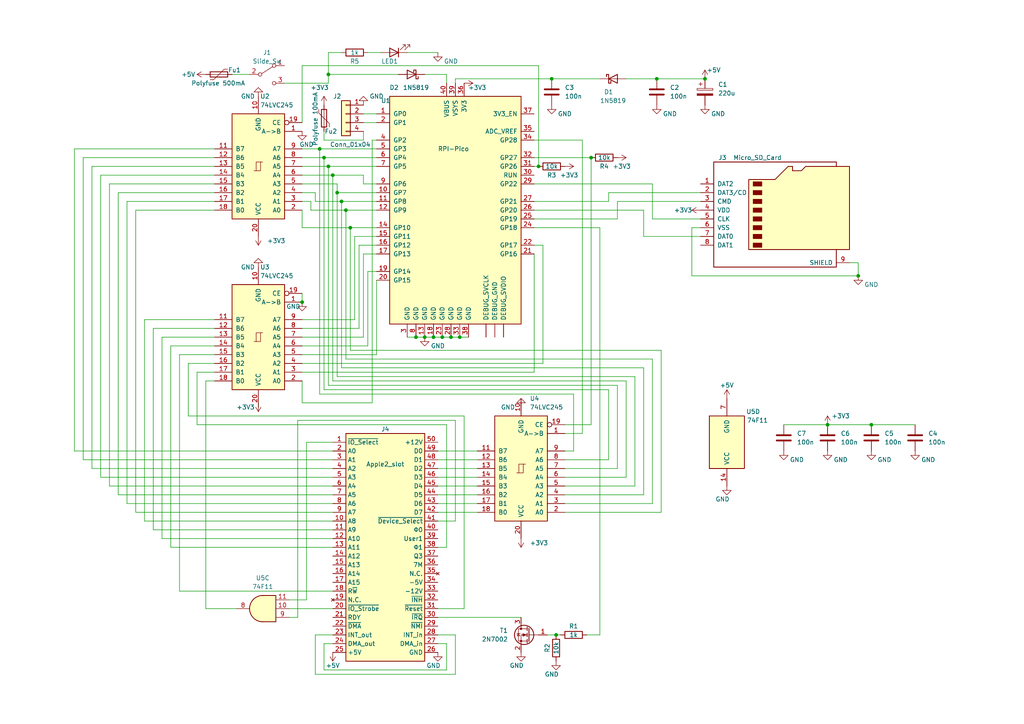
<source format=kicad_sch>
(kicad_sch (version 20231120) (generator "eeschema") (generator_version "8.0")
  (paper "A4")
  (title_block (title "A2Pico.v2.6") (rev "2.6"))
  (lib_symbols
    (symbol "74xx:74LS11" (pin_names (offset 1.016))
      (property "Reference" "U" (at 0 1.27 0))
      (property "Value" "74LS11" (at 0 -1.27 0))
      (symbol "74LS11_1_1"
        (arc (start 0 -3.81) (mid 3.7934 0) (end 0 3.81) (stroke (width 0.254)) (fill (type background)))
        (polyline (pts (xy 0 3.81) (xy -3.81 3.81) (xy -3.81 -3.81) (xy 0 -3.81)) (stroke (width 0.254)) (fill (type background)))
        (pin input line (at -7.62 2.54 0) (length 3.81) (name "~") (number "1"))
        (pin output line (at 7.62 0 180) (length 3.81) (name "~") (number "12"))
        (pin input line (at -7.62 -2.54 0) (length 3.81) (name "~") (number "13"))
        (pin input line (at -7.62 0 0) (length 3.81) (name "~") (number "2"))
      )
      (symbol "74LS11_1_2"
        (arc (start -3.81 -3.81) (mid -2.589 0) (end -3.81 3.81) (stroke (width 0.254)))
        (arc (start -0.6096 -3.81) (mid 2.1842 -2.5851) (end 3.81 0) (stroke (width 0.254)) (fill (type background)))
        (polyline (pts (xy -3.81 -3.81) (xy -0.635 -3.81)) (stroke (width 0.254)) (fill (type background)))
        (polyline (pts (xy -3.81 3.81) (xy -0.635 3.81)) (stroke (width 0.254)) (fill (type background)))
        (polyline (pts (xy -0.635 3.81) (xy -3.81 3.81) (xy -3.81 3.81) (xy -3.556 3.4036) (xy -3.0226 2.2606) (xy -2.6924 1.0414) (xy -2.6162 -0.254) (xy -2.7686 -1.4986) (xy -3.175 -2.7178) (xy -3.81 -3.81) (xy -3.81 -3.81) (xy -0.635 -3.81)) (stroke (width -25.4)) (fill (type background)))
        (arc (start 3.81 0) (mid 2.1915 2.5936) (end -0.6096 3.81) (stroke (width 0.254)) (fill (type background)))
        (pin input inverted (at -7.62 2.54 0) (length 4.318) (name "~") (number "1"))
        (pin output inverted (at 7.62 0 180) (length 3.81) (name "~") (number "12"))
        (pin input inverted (at -7.62 -2.54 0) (length 4.318) (name "~") (number "13"))
        (pin input inverted (at -7.62 0 0) (length 4.953) (name "~") (number "2"))
      )
      (symbol "74LS11_2_1"
        (arc (start 0 -3.81) (mid 3.7934 0) (end 0 3.81) (stroke (width 0.254)) (fill (type background)))
        (polyline (pts (xy 0 3.81) (xy -3.81 3.81) (xy -3.81 -3.81) (xy 0 -3.81)) (stroke (width 0.254)) (fill (type background)))
        (pin input line (at -7.62 2.54 0) (length 3.81) (name "~") (number "3"))
        (pin input line (at -7.62 0 0) (length 3.81) (name "~") (number "4"))
        (pin input line (at -7.62 -2.54 0) (length 3.81) (name "~") (number "5"))
        (pin output line (at 7.62 0 180) (length 3.81) (name "~") (number "6"))
      )
      (symbol "74LS11_2_2"
        (arc (start -3.81 -3.81) (mid -2.589 0) (end -3.81 3.81) (stroke (width 0.254)))
        (arc (start -0.6096 -3.81) (mid 2.1842 -2.5851) (end 3.81 0) (stroke (width 0.254)) (fill (type background)))
        (polyline (pts (xy -3.81 -3.81) (xy -0.635 -3.81)) (stroke (width 0.254)) (fill (type background)))
        (polyline (pts (xy -3.81 3.81) (xy -0.635 3.81)) (stroke (width 0.254)) (fill (type background)))
        (polyline (pts (xy -0.635 3.81) (xy -3.81 3.81) (xy -3.81 3.81) (xy -3.556 3.4036) (xy -3.0226 2.2606) (xy -2.6924 1.0414) (xy -2.6162 -0.254) (xy -2.7686 -1.4986) (xy -3.175 -2.7178) (xy -3.81 -3.81) (xy -3.81 -3.81) (xy -0.635 -3.81)) (stroke (width -25.4)) (fill (type background)))
        (arc (start 3.81 0) (mid 2.1915 2.5936) (end -0.6096 3.81) (stroke (width 0.254)) (fill (type background)))
        (pin input inverted (at -7.62 2.54 0) (length 4.318) (name "~") (number "3"))
        (pin input inverted (at -7.62 0 0) (length 4.953) (name "~") (number "4"))
        (pin input inverted (at -7.62 -2.54 0) (length 4.318) (name "~") (number "5"))
        (pin output inverted (at 7.62 0 180) (length 3.81) (name "~") (number "6"))
      )
      (symbol "74LS11_3_1"
        (arc (start 0 -3.81) (mid 3.7934 0) (end 0 3.81) (stroke (width 0.254)) (fill (type background)))
        (polyline (pts (xy 0 3.81) (xy -3.81 3.81) (xy -3.81 -3.81) (xy 0 -3.81)) (stroke (width 0.254)) (fill (type background)))
        (pin input line (at -7.62 0 0) (length 3.81) (name "~") (number "10"))
        (pin input line (at -7.62 -2.54 0) (length 3.81) (name "~") (number "11"))
        (pin output line (at 7.62 0 180) (length 3.81) (name "~") (number "8"))
        (pin input line (at -7.62 2.54 0) (length 3.81) (name "~") (number "9"))
      )
      (symbol "74LS11_3_2"
        (arc (start -3.81 -3.81) (mid -2.589 0) (end -3.81 3.81) (stroke (width 0.254)))
        (arc (start -0.6096 -3.81) (mid 2.1842 -2.5851) (end 3.81 0) (stroke (width 0.254)) (fill (type background)))
        (polyline (pts (xy -3.81 -3.81) (xy -0.635 -3.81)) (stroke (width 0.254)) (fill (type background)))
        (polyline (pts (xy -3.81 3.81) (xy -0.635 3.81)) (stroke (width 0.254)) (fill (type background)))
        (polyline (pts (xy -0.635 3.81) (xy -3.81 3.81) (xy -3.81 3.81) (xy -3.556 3.4036) (xy -3.0226 2.2606) (xy -2.6924 1.0414) (xy -2.6162 -0.254) (xy -2.7686 -1.4986) (xy -3.175 -2.7178) (xy -3.81 -3.81) (xy -3.81 -3.81) (xy -0.635 -3.81)) (stroke (width -25.4)) (fill (type background)))
        (arc (start 3.81 0) (mid 2.1915 2.5936) (end -0.6096 3.81) (stroke (width 0.254)) (fill (type background)))
        (pin input inverted (at -7.62 0 0) (length 4.953) (name "~") (number "10"))
        (pin input inverted (at -7.62 -2.54 0) (length 4.318) (name "~") (number "11"))
        (pin output inverted (at 7.62 0 180) (length 3.81) (name "~") (number "8"))
        (pin input inverted (at -7.62 2.54 0) (length 4.318) (name "~") (number "9"))
      )
      (symbol "74LS11_4_0"
        (pin power_in line (at 0 12.7 270) (length 5.08) (name "VCC") (number "14"))
        (pin power_in line (at 0 -12.7 90) (length 5.08) (name "GND") (number "7"))
      )
      (symbol "74LS11_4_1"
        (rectangle (start -5.08 7.62) (end 5.08 -7.62) (stroke (width 0.254)) (fill (type background)))
      )
    )
    (symbol "74xx:74LS245" (pin_names (offset 1.016))
      (property "Reference" "U" (at -7.62 16.51 0))
      (property "Value" "74LS245" (at -7.62 -16.51 0))
      (symbol "74LS245_1_0"
        (polyline (pts (xy -0.635 -1.27) (xy -0.635 1.27) (xy 0.635 1.27)))
        (polyline (pts (xy -1.27 -1.27) (xy 0.635 -1.27) (xy 0.635 1.27) (xy 1.27 1.27)))
        (pin input line (at -12.7 -10.16 0) (length 5.08) (name "A->B") (number "1"))
        (pin power_in line (at 0 -20.32 90) (length 5.08) (name "GND") (number "10"))
        (pin tri_state line (at 12.7 -5.08 180) (length 5.08) (name "B7") (number "11"))
        (pin tri_state line (at 12.7 -2.54 180) (length 5.08) (name "B6") (number "12"))
        (pin tri_state line (at 12.7 0 180) (length 5.08) (name "B5") (number "13"))
        (pin tri_state line (at 12.7 2.54 180) (length 5.08) (name "B4") (number "14"))
        (pin tri_state line (at 12.7 5.08 180) (length 5.08) (name "B3") (number "15"))
        (pin tri_state line (at 12.7 7.62 180) (length 5.08) (name "B2") (number "16"))
        (pin tri_state line (at 12.7 10.16 180) (length 5.08) (name "B1") (number "17"))
        (pin tri_state line (at 12.7 12.7 180) (length 5.08) (name "B0") (number "18"))
        (pin input inverted (at -12.7 -12.7 0) (length 5.08) (name "CE") (number "19"))
        (pin tri_state line (at -12.7 12.7 0) (length 5.08) (name "A0") (number "2"))
        (pin power_in line (at 0 20.32 270) (length 5.08) (name "VCC") (number "20"))
        (pin tri_state line (at -12.7 10.16 0) (length 5.08) (name "A1") (number "3"))
        (pin tri_state line (at -12.7 7.62 0) (length 5.08) (name "A2") (number "4"))
        (pin tri_state line (at -12.7 5.08 0) (length 5.08) (name "A3") (number "5"))
        (pin tri_state line (at -12.7 2.54 0) (length 5.08) (name "A4") (number "6"))
        (pin tri_state line (at -12.7 0 0) (length 5.08) (name "A5") (number "7"))
        (pin tri_state line (at -12.7 -2.54 0) (length 5.08) (name "A6") (number "8"))
        (pin tri_state line (at -12.7 -5.08 0) (length 5.08) (name "A7") (number "9"))
      )
      (symbol "74LS245_1_1"
        (rectangle (start -7.62 15.24) (end 7.62 -15.24) (stroke (width 0.254)) (fill (type background)))
      )
    )
    (symbol "Connector:Micro_SD_Card" (pin_names (offset 1.016))
      (property "Reference" "J" (at -16.51 15.24 0))
      (property "Value" "Micro_SD_Card" (at 16.51 15.24 0))
      (symbol "Micro_SD_Card_0_1"
        (rectangle (start -7.62 -9.525) (end -5.08 -10.795) (fill (type outline)))
        (rectangle (start -7.62 -6.985) (end -5.08 -8.255) (fill (type outline)))
        (rectangle (start -7.62 -4.445) (end -5.08 -5.715) (fill (type outline)))
        (rectangle (start -7.62 -1.905) (end -5.08 -3.175) (fill (type outline)))
        (rectangle (start -7.62 0.635) (end -5.08 -0.635) (fill (type outline)))
        (rectangle (start -7.62 3.175) (end -5.08 1.905) (fill (type outline)))
        (rectangle (start -7.62 5.715) (end -5.08 4.445) (fill (type outline)))
        (rectangle (start -7.62 8.255) (end -5.08 6.985) (fill (type outline)))
        (polyline (pts (xy 16.51 12.7) (xy 16.51 13.97) (xy -19.05 13.97) (xy -19.05 -16.51) (xy 16.51 -16.51) (xy 16.51 -11.43)) (stroke (width 0.254)))
        (polyline (pts (xy -8.89 -11.43) (xy -8.89 8.89) (xy -1.27 8.89) (xy 2.54 12.7) (xy 3.81 12.7) (xy 3.81 11.43) (xy 6.35 11.43) (xy 7.62 12.7) (xy 20.32 12.7) (xy 20.32 -11.43) (xy -8.89 -11.43)) (stroke (width 0.254)) (fill (type background)))
      )
      (symbol "Micro_SD_Card_1_1"
        (pin bidirectional line (at -22.86 7.62 0) (length 3.81) (name "DAT2") (number "1"))
        (pin bidirectional line (at -22.86 5.08 0) (length 3.81) (name "DAT3/CD") (number "2"))
        (pin input line (at -22.86 2.54 0) (length 3.81) (name "CMD") (number "3"))
        (pin power_in line (at -22.86 0 0) (length 3.81) (name "VDD") (number "4"))
        (pin input line (at -22.86 -2.54 0) (length 3.81) (name "CLK") (number "5"))
        (pin power_in line (at -22.86 -5.08 0) (length 3.81) (name "VSS") (number "6"))
        (pin bidirectional line (at -22.86 -7.62 0) (length 3.81) (name "DAT0") (number "7"))
        (pin bidirectional line (at -22.86 -10.16 0) (length 3.81) (name "DAT1") (number "8"))
        (pin passive line (at 20.32 -15.24 180) (length 3.81) (name "SHIELD") (number "9"))
      )
    )
    (symbol "Connector_Generic:Conn_01x04" (pin_names (offset 1.016) hide)
      (property "Reference" "J" (at 0 5.08 0))
      (property "Value" "Conn_01x04" (at 0 -7.62 0))
      (symbol "Conn_01x04_1_1"
        (rectangle (start -1.27 -4.953) (end 0 -5.207) (stroke (width 0.1524)))
        (rectangle (start -1.27 -2.413) (end 0 -2.667) (stroke (width 0.1524)))
        (rectangle (start -1.27 0.127) (end 0 -0.127) (stroke (width 0.1524)))
        (rectangle (start -1.27 2.667) (end 0 2.413) (stroke (width 0.1524)))
        (rectangle (start -1.27 3.81) (end 1.27 -6.35) (stroke (width 0.254)) (fill (type background)))
        (pin passive line (at -5.08 2.54 0) (length 3.81) (name "Pin_1") (number "1"))
        (pin passive line (at -5.08 0 0) (length 3.81) (name "Pin_2") (number "2"))
        (pin passive line (at -5.08 -2.54 0) (length 3.81) (name "Pin_3") (number "3"))
        (pin passive line (at -5.08 -5.08 0) (length 3.81) (name "Pin_4") (number "4"))
      )
    )
    (symbol "Device:C" (pin_numbers hide) (pin_names (offset 0.254))
      (property "Reference" "C" (at 0.635 2.54 0))
      (property "Value" "C" (at 0.635 -2.54 0))
      (symbol "C_0_1"
        (polyline (pts (xy -2.032 -0.762) (xy 2.032 -0.762)) (stroke (width 0.508)))
        (polyline (pts (xy -2.032 0.762) (xy 2.032 0.762)) (stroke (width 0.508)))
      )
      (symbol "C_1_1"
        (pin passive line (at 0 3.81 270) (length 2.794) (name "~") (number "1"))
        (pin passive line (at 0 -3.81 90) (length 2.794) (name "~") (number "2"))
      )
    )
    (symbol "Device:C_Polarized" (pin_numbers hide) (pin_names (offset 0.254))
      (property "Reference" "C" (at 0.635 2.54 0))
      (property "Value" "C_Polarized" (at 0.635 -2.54 0))
      (symbol "C_Polarized_0_1"
        (rectangle (start -2.286 0.508) (end 2.286 1.016))
        (polyline (pts (xy -1.778 2.286) (xy -0.762 2.286)))
        (polyline (pts (xy -1.27 2.794) (xy -1.27 1.778)))
        (rectangle (start 2.286 -0.508) (end -2.286 -1.016) (fill (type outline)))
      )
      (symbol "C_Polarized_1_1"
        (pin passive line (at 0 3.81 270) (length 2.794) (name "~") (number "1"))
        (pin passive line (at 0 -3.81 90) (length 2.794) (name "~") (number "2"))
      )
    )
    (symbol "Device:LED" (pin_numbers hide) (pin_names (offset 1.016) hide)
      (property "Reference" "D" (at 0 2.54 0))
      (property "Value" "LED" (at 0 -2.54 0))
      (symbol "LED_0_1"
        (polyline (pts (xy -1.27 -1.27) (xy -1.27 1.27)) (stroke (width 0.254)))
        (polyline (pts (xy -1.27 0) (xy 1.27 0)))
        (polyline (pts (xy 1.27 -1.27) (xy 1.27 1.27) (xy -1.27 0) (xy 1.27 -1.27)) (stroke (width 0.254)))
        (polyline (pts (xy -3.048 -0.762) (xy -4.572 -2.286) (xy -3.81 -2.286) (xy -4.572 -2.286) (xy -4.572 -1.524)))
        (polyline (pts (xy -1.778 -0.762) (xy -3.302 -2.286) (xy -2.54 -2.286) (xy -3.302 -2.286) (xy -3.302 -1.524)))
      )
      (symbol "LED_1_1"
        (pin passive line (at -3.81 0 0) (length 2.54) (name "K") (number "1"))
        (pin passive line (at 3.81 0 180) (length 2.54) (name "A") (number "2"))
      )
    )
    (symbol "Device:Polyfuse" (pin_numbers hide) (pin_names (offset 0))
      (property "Reference" "F" (at -2.54 0 90))
      (property "Value" "Polyfuse" (at 2.54 0 90))
      (symbol "Polyfuse_0_1"
        (rectangle (start -0.762 2.54) (end 0.762 -2.54) (stroke (width 0.254)))
        (polyline (pts (xy 0 2.54) (xy 0 -2.54)))
        (polyline (pts (xy -1.524 2.54) (xy -1.524 1.524) (xy 1.524 -1.524) (xy 1.524 -2.54)))
      )
      (symbol "Polyfuse_1_1"
        (pin passive line (at 0 3.81 270) (length 1.27) (name "~") (number "1"))
        (pin passive line (at 0 -3.81 90) (length 1.27) (name "~") (number "2"))
      )
    )
    (symbol "Device:R" (pin_numbers hide) (pin_names (offset 0))
      (property "Reference" "R" (at 2.032 0 90))
      (property "Value" "R" (at 0 0 90))
      (symbol "R_0_1"
        (rectangle (start -1.016 -2.54) (end 1.016 2.54) (stroke (width 0.254)))
      )
      (symbol "R_1_1"
        (pin passive line (at 0 3.81 270) (length 1.27) (name "~") (number "1"))
        (pin passive line (at 0 -3.81 90) (length 1.27) (name "~") (number "2"))
      )
    )
    (symbol "Diode:1N6857" (pin_numbers hide) (pin_names (offset 1.016) hide)
      (property "Reference" "D" (at 0 2.54 0))
      (property "Value" "1N6857" (at 0 -2.54 0))
      (symbol "1N6857_0_1"
        (polyline (pts (xy 1.27 0) (xy -1.27 0)))
        (polyline (pts (xy 1.27 1.27) (xy 1.27 -1.27) (xy -1.27 0) (xy 1.27 1.27)) (stroke (width 0.254)))
        (polyline (pts (xy -1.905 0.635) (xy -1.905 1.27) (xy -1.27 1.27) (xy -1.27 -1.27) (xy -0.635 -1.27) (xy -0.635 -0.635)) (stroke (width 0.254)))
      )
      (symbol "1N6857_1_1"
        (pin passive line (at -3.81 0 0) (length 2.54) (name "K") (number "1"))
        (pin passive line (at 3.81 0 180) (length 2.54) (name "A") (number "2"))
      )
    )
    (symbol "MCU_Microchip_PIC16:RPI-Pico" (pin_names (offset 1.016))
      (property "Reference" "U" (at 6.35 35.56 0))
      (property "Value" "RPI-Pico" (at 6.35 33.02 0))
      (symbol "RPI-Pico_0_1"
        (rectangle (start -19.05 -34.29) (end 19.05 31.75) (stroke (width 0.254)) (fill (type background)))
      )
      (symbol "RPI-Pico_1_1"
        (pin power_in line (at 11.43 -38.1 90) (length 3.81) (name "DEBUG_GND") (number ""))
        (pin bidirectional line (at 8.89 -38.1 90) (length 3.81) (name "DEBUG_SVCLK") (number ""))
        (pin bidirectional line (at 13.97 -38.1 90) (length 3.81) (name "DEBUG_SVDIO") (number ""))
        (pin bidirectional line (at -22.86 26.67 0) (length 3.81) (name "GP0") (number "1"))
        (pin bidirectional line (at -22.86 3.81 0) (length 3.81) (name "GP7") (number "10"))
        (pin bidirectional line (at -22.86 1.27 0) (length 3.81) (name "GP8") (number "11"))
        (pin bidirectional line (at -22.86 -1.27 0) (length 3.81) (name "GP9") (number "12"))
        (pin power_in line (at -8.89 -38.1 90) (length 3.81) (name "GND") (number "13"))
        (pin bidirectional line (at -22.86 -6.35 0) (length 3.81) (name "GP10") (number "14"))
        (pin bidirectional line (at -22.86 -8.89 0) (length 3.81) (name "GP11") (number "15"))
        (pin bidirectional line (at -22.86 -11.43 0) (length 3.81) (name "GP12") (number "16"))
        (pin bidirectional line (at -22.86 -13.97 0) (length 3.81) (name "GP13") (number "17"))
        (pin power_in line (at -6.35 -38.1 90) (length 3.81) (name "GND") (number "18"))
        (pin bidirectional line (at -22.86 -19.05 0) (length 3.81) (name "GP14") (number "19"))
        (pin bidirectional line (at -22.86 24.13 0) (length 3.81) (name "GP1") (number "2"))
        (pin bidirectional line (at -22.86 -21.59 0) (length 3.81) (name "GP15") (number "20"))
        (pin bidirectional line (at 22.86 -13.97 180) (length 3.81) (name "GP16") (number "21"))
        (pin bidirectional line (at 22.86 -11.43 180) (length 3.81) (name "GP17") (number "22"))
        (pin power_in line (at -3.81 -38.1 90) (length 3.81) (name "GND") (number "23"))
        (pin bidirectional line (at 22.86 -6.35 180) (length 3.81) (name "GP18") (number "24"))
        (pin bidirectional line (at 22.86 -3.81 180) (length 3.81) (name "GP19") (number "25"))
        (pin bidirectional line (at 22.86 -1.27 180) (length 3.81) (name "GP20") (number "26"))
        (pin bidirectional line (at 22.86 1.27 180) (length 3.81) (name "GP21") (number "27"))
        (pin power_in line (at -1.27 -38.1 90) (length 3.81) (name "GND") (number "28"))
        (pin bidirectional line (at 22.86 6.35 180) (length 3.81) (name "GP22") (number "29"))
        (pin power_in line (at -13.97 -38.1 90) (length 3.81) (name "GND") (number "3"))
        (pin bidirectional line (at 22.86 8.89 180) (length 3.81) (name "RUN") (number "30"))
        (pin bidirectional line (at 22.86 11.43 180) (length 3.81) (name "GP26") (number "31"))
        (pin bidirectional line (at 22.86 13.97 180) (length 3.81) (name "GP27") (number "32"))
        (pin power_in line (at 1.27 -38.1 90) (length 3.81) (name "GND") (number "33"))
        (pin bidirectional line (at 22.86 19.05 180) (length 3.81) (name "GP28") (number "34"))
        (pin bidirectional line (at 22.86 21.59 180) (length 3.81) (name "ADC_VREF") (number "35"))
        (pin power_in line (at 2.54 35.56 270) (length 3.81) (name "3V3") (number "36"))
        (pin bidirectional line (at 22.86 26.67 180) (length 3.81) (name "3V3_EN") (number "37"))
        (pin power_in line (at 3.81 -38.1 90) (length 3.81) (name "GND") (number "38"))
        (pin power_in line (at 0 35.56 270) (length 3.81) (name "VSYS") (number "39"))
        (pin bidirectional line (at -22.86 19.05 0) (length 3.81) (name "GP2") (number "4"))
        (pin power_in line (at -2.54 35.56 270) (length 3.81) (name "VBUS") (number "40"))
        (pin bidirectional line (at -22.86 16.51 0) (length 3.81) (name "GP3") (number "5"))
        (pin bidirectional line (at -22.86 13.97 0) (length 3.81) (name "GP4") (number "6"))
        (pin bidirectional line (at -22.86 11.43 0) (length 3.81) (name "GP5") (number "7"))
        (pin power_in line (at -11.43 -38.1 90) (length 3.81) (name "GND") (number "8"))
        (pin bidirectional line (at -22.86 6.35 0) (length 3.81) (name "GP6") (number "9"))
      )
    )
    (symbol "Ralle_Library:Apple2_edge_connector"
      (property "Reference" "CON" (at 0 0 0))
      (property "Value" "Apple2_edge_connector" (at 0 -34.29 0))
      (symbol "Apple2_edge_connector_0_1"
        (rectangle (start -11.43 33.02) (end 11.43 -33.02) (stroke (width 0.254)) (fill (type background)))
      )
      (symbol "Apple2_edge_connector_1_1"
        (pin output line (at -15.24 30.48 0) (length 3.81) (name "~{IO_Select}") (number "1"))
        (pin input line (at -15.24 7.62 0) (length 3.81) (name "A8") (number "10"))
        (pin input line (at -15.24 5.08 0) (length 3.81) (name "A9") (number "11"))
        (pin input line (at -15.24 2.54 0) (length 3.81) (name "A10") (number "12"))
        (pin input line (at -15.24 0 0) (length 3.81) (name "A11") (number "13"))
        (pin input line (at -15.24 -2.54 0) (length 3.81) (name "A12") (number "14"))
        (pin input line (at -15.24 -5.08 0) (length 3.81) (name "A13") (number "15"))
        (pin input line (at -15.24 -7.62 0) (length 3.81) (name "A14") (number "16"))
        (pin input line (at -15.24 -10.16 0) (length 3.81) (name "A15") (number "17"))
        (pin input line (at -15.24 -12.7 0) (length 3.81) (name "R~{W}") (number "18"))
        (pin no_connect line (at -15.24 -15.24 0) (length 3.81) (name "N.C.") (number "19"))
        (pin input line (at -15.24 27.94 0) (length 3.81) (name "A0") (number "2"))
        (pin input line (at -15.24 -17.78 0) (length 3.81) (name "~{IO_Strobe}") (number "20"))
        (pin input line (at -15.24 -20.32 0) (length 3.81) (name "RDY") (number "21"))
        (pin bidirectional line (at -15.24 -22.86 0) (length 3.81) (name "~{DMA}") (number "22"))
        (pin input line (at -15.24 -25.4 0) (length 3.81) (name "INT_out") (number "23"))
        (pin input line (at -15.24 -27.94 0) (length 3.81) (name "DMA_out") (number "24"))
        (pin power_in line (at -15.24 -30.48 0) (length 3.81) (name "+5V") (number "25"))
        (pin passive line (at 15.24 -30.48 180) (length 3.81) (name "GND") (number "26"))
        (pin output line (at 15.24 -27.94 180) (length 3.81) (name "DMA_in") (number "27"))
        (pin output line (at 15.24 -25.4 180) (length 3.81) (name "INT_in") (number "28"))
        (pin output line (at 15.24 -22.86 180) (length 3.81) (name "~{NMI}") (number "29"))
        (pin input line (at -15.24 25.4 0) (length 3.81) (name "A1") (number "3"))
        (pin output line (at 15.24 -20.32 180) (length 3.81) (name "~{IRQ}") (number "30"))
        (pin bidirectional line (at 15.24 -17.78 180) (length 3.81) (name "~{Reset}") (number "31"))
        (pin input line (at 15.24 -15.24 180) (length 3.81) (name "~{INH}") (number "32"))
        (pin power_in line (at 15.24 -12.7 180) (length 3.81) (name "-12V") (number "33"))
        (pin power_in line (at 15.24 -10.16 180) (length 3.81) (name "-5V") (number "34"))
        (pin no_connect line (at 15.24 -7.62 180) (length 3.81) (name "N.C.") (number "35"))
        (pin input line (at 15.24 -5.08 180) (length 3.81) (name "7M") (number "36"))
        (pin input line (at 15.24 -2.54 180) (length 3.81) (name "Q3") (number "37"))
        (pin input line (at 15.24 0 180) (length 3.81) (name "Ф1") (number "38"))
        (pin bidirectional line (at 15.24 2.54 180) (length 3.81) (name "User1") (number "39"))
        (pin input line (at -15.24 22.86 0) (length 3.81) (name "A2") (number "4"))
        (pin input line (at 15.24 5.08 180) (length 3.81) (name "Ф0") (number "40"))
        (pin input line (at 15.24 7.62 180) (length 3.81) (name "~{Device_Select}") (number "41"))
        (pin bidirectional line (at 15.24 10.16 180) (length 3.81) (name "D7") (number "42"))
        (pin bidirectional line (at 15.24 12.7 180) (length 3.81) (name "D6") (number "43"))
        (pin bidirectional line (at 15.24 15.24 180) (length 3.81) (name "D5") (number "44"))
        (pin bidirectional line (at 15.24 17.78 180) (length 3.81) (name "D4") (number "45"))
        (pin bidirectional line (at 15.24 20.32 180) (length 3.81) (name "D3") (number "46"))
        (pin bidirectional line (at 15.24 22.86 180) (length 3.81) (name "D2") (number "47"))
        (pin bidirectional line (at 15.24 25.4 180) (length 3.81) (name "D1") (number "48"))
        (pin bidirectional line (at 15.24 27.94 180) (length 3.81) (name "D0") (number "49"))
        (pin input line (at -15.24 20.32 0) (length 3.81) (name "A3") (number "5"))
        (pin power_in line (at 15.24 30.48 180) (length 3.81) (name "+12V") (number "50"))
        (pin input line (at -15.24 17.78 0) (length 3.81) (name "A4") (number "6"))
        (pin input line (at -15.24 15.24 0) (length 3.81) (name "A5") (number "7"))
        (pin input line (at -15.24 12.7 0) (length 3.81) (name "A6") (number "8"))
        (pin input line (at -15.24 10.16 0) (length 3.81) (name "A7") (number "9"))
      )
    )
    (symbol "Switch:SW_SPDT" (pin_names (offset 0) hide)
      (property "Reference" "SW" (at 0 4.318 0))
      (property "Value" "SW_SPDT" (at 0 -5.08 0))
      (symbol "SW_SPDT_0_0"
        (circle (center -2.032 0) (radius 0.508))
        (circle (center 2.032 -2.54) (radius 0.508))
      )
      (symbol "SW_SPDT_0_1"
        (polyline (pts (xy -1.524 0.254) (xy 1.651 2.286)))
        (circle (center 2.032 2.54) (radius 0.508))
      )
      (symbol "SW_SPDT_1_1"
        (pin passive line (at 5.08 2.54 180) (length 2.54) (name "A") (number "1"))
        (pin passive line (at -5.08 0 0) (length 2.54) (name "B") (number "2"))
        (pin passive line (at 5.08 -2.54 180) (length 2.54) (name "C") (number "3"))
      )
    )
    (symbol "Transistor_FET:2N7002" (pin_names hide)
      (property "Reference" "Q" (at 5.08 1.905 0))
      (property "Value" "2N7002" (at 5.08 0 0))
      (symbol "2N7002_0_1"
        (polyline (pts (xy 0.254 0) (xy -2.54 0)))
        (polyline (pts (xy 0.254 1.905) (xy 0.254 -1.905)) (stroke (width 0.254)))
        (polyline (pts (xy 0.762 -1.27) (xy 0.762 -2.286)) (stroke (width 0.254)))
        (polyline (pts (xy 0.762 0.508) (xy 0.762 -0.508)) (stroke (width 0.254)))
        (polyline (pts (xy 0.762 2.286) (xy 0.762 1.27)) (stroke (width 0.254)))
        (polyline (pts (xy 2.54 2.54) (xy 2.54 1.778)))
        (polyline (pts (xy 2.54 -2.54) (xy 2.54 0) (xy 0.762 0)))
        (polyline (pts (xy 0.762 -1.778) (xy 3.302 -1.778) (xy 3.302 1.778) (xy 0.762 1.778)))
        (polyline (pts (xy 1.016 0) (xy 2.032 0.381) (xy 2.032 -0.381) (xy 1.016 0)) (fill (type outline)))
        (polyline (pts (xy 2.794 0.508) (xy 2.921 0.381) (xy 3.683 0.381) (xy 3.81 0.254)))
        (polyline (pts (xy 3.302 0.381) (xy 2.921 -0.254) (xy 3.683 -0.254) (xy 3.302 0.381)))
        (circle (center 1.651 0) (radius 2.794) (stroke (width 0.254)))
        (circle (center 2.54 -1.778) (radius 0.254) (fill (type outline)))
        (circle (center 2.54 1.778) (radius 0.254) (fill (type outline)))
      )
      (symbol "2N7002_1_1"
        (pin input line (at -5.08 0 0) (length 2.54) (name "G") (number "1"))
        (pin passive line (at 2.54 -5.08 90) (length 2.54) (name "S") (number "2"))
        (pin passive line (at 2.54 5.08 270) (length 2.54) (name "D") (number "3"))
      )
    )
    (symbol "power:+3V3" (power) (pin_names (offset 0))
      (property "Value" "+3V3" (at 0 3.556 0))
      (symbol "+3V3_0_1"
        (polyline (pts (xy -0.762 1.27) (xy 0 2.54)))
        (polyline (pts (xy 0 0) (xy 0 2.54)))
        (polyline (pts (xy 0 2.54) (xy 0.762 1.27)))
      )
      (symbol "+3V3_1_1"
        (pin power_in line (at 0 0 90) (length 0) hide (name "+3V3") (number "1"))
      )
    )
    (symbol "power:+5V" (power) (pin_names (offset 0))
      (property "Value" "+5V" (at 0 3.556 0))
      (symbol "+5V_0_1"
        (polyline (pts (xy -0.762 1.27) (xy 0 2.54)))
        (polyline (pts (xy 0 0) (xy 0 2.54)))
        (polyline (pts (xy 0 2.54) (xy 0.762 1.27)))
      )
      (symbol "+5V_1_1"
        (pin power_in line (at 0 0 90) (length 0) hide (name "+5V") (number "1"))
      )
    )
    (symbol "power:GND" (power) (pin_names (offset 0))
      (property "Value" "GND" (at 0 -3.81 0))
      (symbol "GND_0_1"
        (polyline (pts (xy 0 0) (xy 0 -1.27) (xy 1.27 -1.27) (xy 0 -2.54) (xy -1.27 -1.27) (xy 0 -1.27)))
      )
      (symbol "GND_1_1"
        (pin power_in line (at 0 0 270) (length 0) hide (name "GND") (number "1"))
      )
    )
  )
  (junction (at 161.29 184.15))
  (junction (at 100.33 60.96))
  (junction (at 171.45 45.72))
  (junction (at 97.79 55.88))
  (junction (at 130.81 97.79))
  (junction (at 93.98 45.72))
  (junction (at 133.35 97.79))
  (junction (at 156.21 48.26))
  (junction (at 101.6 66.04))
  (junction (at 190.5 22.86))
  (junction (at 248.92 80.01))
  (junction (at 99.06 58.42))
  (junction (at 252.73 123.19))
  (junction (at 125.73 97.79))
  (junction (at 204.47 22.86))
  (junction (at 87.63 87.63))
  (junction (at 160.02 22.86))
  (junction (at 95.25 21.59))
  (junction (at 128.27 97.79))
  (junction (at 123.19 97.79))
  (junction (at 96.52 50.8))
  (junction (at 240.03 123.19))
  (junction (at 120.65 97.79))
  (junction (at 95.25 48.26))
  (junction (at 92.71 43.18))
  (wire (pts (xy 95.25 21.59) (xy 115.57 21.59)))
  (wire (pts (xy 132.08 195.58) (xy 132.08 184.15)))
  (wire (pts (xy 57.15 107.95) (xy 57.15 123.19)))
  (wire (pts (xy 102.87 92.71) (xy 102.87 68.58)))
  (wire (pts (xy 128.27 97.79) (xy 125.73 97.79)))
  (wire (pts (xy 87.63 110.49) (xy 87.63 116.84)))
  (wire (pts (xy 62.23 53.34) (xy 31.75 53.34)))
  (wire (pts (xy 127 151.13) (xy 132.08 151.13)))
  (wire (pts (xy 87.63 19.05) (xy 156.21 19.05)))
  (wire (pts (xy 200.66 66.04) (xy 203.2 66.04)))
  (wire (pts (xy 96.52 184.15) (xy 91.44 184.15)))
  (wire (pts (xy 104.14 95.25) (xy 87.63 95.25)))
  (wire (pts (xy 62.23 92.71) (xy 41.91 92.71)))
  (wire (pts (xy 107.95 40.64) (xy 109.22 40.64)))
  (wire (pts (xy 105.41 40.64) (xy 105.41 38.1)))
  (wire (pts (xy 100.33 60.96) (xy 90.17 60.96)))
  (wire (pts (xy 29.21 138.43) (xy 96.52 138.43)))
  (wire (pts (xy 31.75 140.97) (xy 96.52 140.97)))
  (wire (pts (xy 44.45 153.67) (xy 44.45 95.25)))
  (wire (pts (xy 93.98 113.03) (xy 176.53 113.03)))
  (wire (pts (xy 154.94 53.34) (xy 189.23 53.34)))
  (wire (pts (xy 91.44 55.88) (xy 91.44 58.42)))
  (wire (pts (xy 133.35 97.79) (xy 130.81 97.79)))
  (wire (pts (xy 106.68 100.33) (xy 87.63 100.33)))
  (wire (pts (xy 184.15 140.97) (xy 163.83 140.97)))
  (wire (pts (xy 87.63 58.42) (xy 90.17 58.42)))
  (wire (pts (xy 92.71 43.18) (xy 92.71 114.3)))
  (wire (pts (xy 96.52 171.45) (xy 52.07 171.45)))
  (wire (pts (xy 36.83 146.05) (xy 96.52 146.05)))
  (wire (pts (xy 186.69 60.96) (xy 186.69 68.58)))
  (wire (pts (xy 132.08 184.15) (xy 127 184.15)))
  (wire (pts (xy 156.21 48.26) (xy 154.94 48.26)))
  (wire (pts (xy 160.02 22.86) (xy 173.99 22.86)))
  (wire (pts (xy 95.25 48.26) (xy 95.25 111.76)))
  (wire (pts (xy 200.66 80.01) (xy 200.66 66.04)))
  (wire (pts (xy 109.22 81.28) (xy 109.22 102.87)))
  (wire (pts (xy 99.06 15.24) (xy 95.25 15.24)))
  (wire (pts (xy 173.99 66.04) (xy 154.94 66.04)))
  (wire (pts (xy 189.23 53.34) (xy 189.23 63.5)))
  (wire (pts (xy 154.94 63.5) (xy 179.07 63.5)))
  (wire (pts (xy 21.59 43.18) (xy 21.59 130.81)))
  (wire (pts (xy 90.17 58.42) (xy 90.17 60.96)))
  (wire (pts (xy 168.91 40.64) (xy 154.94 40.64)))
  (wire (pts (xy 181.61 22.86) (xy 190.5 22.86)))
  (wire (pts (xy 163.83 138.43) (xy 181.61 138.43)))
  (wire (pts (xy 83.82 179.07) (xy 86.36 179.07)))
  (wire (pts (xy 52.07 171.45) (xy 52.07 102.87)))
  (wire (pts (xy 99.06 106.68) (xy 186.69 106.68)))
  (wire (pts (xy 93.98 40.64) (xy 105.41 40.64)))
  (wire (pts (xy 118.11 97.79) (xy 120.65 97.79)))
  (wire (pts (xy 87.63 43.18) (xy 92.71 43.18)))
  (wire (pts (xy 248.92 76.2) (xy 246.38 76.2)))
  (wire (pts (xy 59.69 110.49) (xy 59.69 176.53)))
  (wire (pts (xy 87.63 45.72) (xy 93.98 45.72)))
  (wire (pts (xy 163.83 148.59) (xy 191.77 148.59)))
  (wire (pts (xy 96.52 50.8) (xy 96.52 110.49)))
  (wire (pts (xy 154.94 71.12) (xy 157.48 71.12)))
  (wire (pts (xy 186.69 106.68) (xy 186.69 143.51)))
  (wire (pts (xy 97.79 109.22) (xy 184.15 109.22)))
  (wire (pts (xy 41.91 151.13) (xy 96.52 151.13)))
  (wire (pts (xy 118.11 15.24) (xy 127 15.24)))
  (wire (pts (xy 168.91 125.73) (xy 163.83 125.73)))
  (wire (pts (xy 176.53 55.88) (xy 203.2 55.88)))
  (wire (pts (xy 86.36 179.07) (xy 86.36 121.92)))
  (wire (pts (xy 101.6 101.6) (xy 191.77 101.6)))
  (wire (pts (xy 87.63 107.95) (xy 154.94 107.95)))
  (wire (pts (xy 227.33 123.19) (xy 240.03 123.19)))
  (wire (pts (xy 93.98 45.72) (xy 93.98 113.03)))
  (wire (pts (xy 54.61 105.41) (xy 54.61 120.65)))
  (wire (pts (xy 127 133.35) (xy 138.43 133.35)))
  (wire (pts (xy 181.61 110.49) (xy 181.61 138.43)))
  (wire (pts (xy 158.75 184.15) (xy 161.29 184.15)))
  (wire (pts (xy 87.63 66.04) (xy 101.6 66.04)))
  (wire (pts (xy 189.23 104.14) (xy 189.23 146.05)))
  (wire (pts (xy 166.37 114.3) (xy 166.37 130.81)))
  (wire (pts (xy 109.22 53.34) (xy 105.41 53.34)))
  (wire (pts (xy 120.65 97.79) (xy 123.19 97.79)))
  (wire (pts (xy 189.23 63.5) (xy 203.2 63.5)))
  (wire (pts (xy 95.25 111.76) (xy 179.07 111.76)))
  (wire (pts (xy 134.62 176.53) (xy 127 176.53)))
  (wire (pts (xy 156.21 19.05) (xy 156.21 48.26)))
  (wire (pts (xy 123.19 97.79) (xy 125.73 97.79)))
  (wire (pts (xy 179.07 135.89) (xy 163.83 135.89)))
  (wire (pts (xy 54.61 120.65) (xy 134.62 120.65)))
  (wire (pts (xy 93.98 186.69) (xy 93.98 194.31)))
  (wire (pts (xy 21.59 130.81) (xy 96.52 130.81)))
  (wire (pts (xy 93.98 45.72) (xy 109.22 45.72)))
  (wire (pts (xy 106.68 78.74) (xy 106.68 100.33)))
  (wire (pts (xy 127 130.81) (xy 138.43 130.81)))
  (wire (pts (xy 34.29 143.51) (xy 34.29 55.88)))
  (wire (pts (xy 106.68 78.74) (xy 109.22 78.74)))
  (wire (pts (xy 127 146.05) (xy 138.43 146.05)))
  (wire (pts (xy 132.08 22.86) (xy 132.08 24.13)))
  (wire (pts (xy 133.35 97.79) (xy 135.89 97.79)))
  (wire (pts (xy 127 140.97) (xy 138.43 140.97)))
  (wire (pts (xy 127 138.43) (xy 138.43 138.43)))
  (wire (pts (xy 95.25 21.59) (xy 95.25 24.13)))
  (wire (pts (xy 62.23 58.42) (xy 36.83 58.42)))
  (wire (pts (xy 57.15 123.19) (xy 129.54 123.19)))
  (wire (pts (xy 191.77 101.6) (xy 191.77 148.59)))
  (wire (pts (xy 62.23 60.96) (xy 39.37 60.96)))
  (wire (pts (xy 163.83 123.19) (xy 171.45 123.19)))
  (wire (pts (xy 87.63 97.79) (xy 105.41 97.79)))
  (wire (pts (xy 87.63 85.09) (xy 87.63 87.63)))
  (wire (pts (xy 59.69 176.53) (xy 68.58 176.53)))
  (wire (pts (xy 87.63 116.84) (xy 107.95 116.84)))
  (wire (pts (xy 97.79 55.88) (xy 109.22 55.88)))
  (wire (pts (xy 163.83 133.35) (xy 176.53 133.35)))
  (wire (pts (xy 179.07 58.42) (xy 179.07 63.5)))
  (wire (pts (xy 24.13 45.72) (xy 24.13 133.35)))
  (wire (pts (xy 92.71 114.3) (xy 166.37 114.3)))
  (wire (pts (xy 74.93 116.84) (xy 74.93 118.11)))
  (wire (pts (xy 168.91 40.64) (xy 168.91 125.73)))
  (wire (pts (xy 127 148.59) (xy 138.43 148.59)))
  (wire (pts (xy 29.21 50.8) (xy 29.21 138.43)))
  (wire (pts (xy 102.87 68.58) (xy 109.22 68.58)))
  (wire (pts (xy 127 143.51) (xy 138.43 143.51)))
  (wire (pts (xy 46.99 97.79) (xy 46.99 156.21)))
  (wire (pts (xy 176.53 58.42) (xy 176.53 55.88)))
  (wire (pts (xy 93.98 194.31) (xy 129.54 194.31)))
  (wire (pts (xy 95.25 48.26) (xy 109.22 48.26)))
  (wire (pts (xy 83.82 173.99) (xy 88.9 173.99)))
  (wire (pts (xy 46.99 156.21) (xy 96.52 156.21)))
  (wire (pts (xy 72.39 21.59) (xy 67.31 21.59)))
  (wire (pts (xy 176.53 113.03) (xy 176.53 133.35)))
  (wire (pts (xy 96.52 153.67) (xy 44.45 153.67)))
  (wire (pts (xy 24.13 133.35) (xy 96.52 133.35)))
  (wire (pts (xy 107.95 40.64) (xy 107.95 116.84)))
  (wire (pts (xy 96.52 158.75) (xy 49.53 158.75)))
  (wire (pts (xy 26.67 48.26) (xy 62.23 48.26)))
  (wire (pts (xy 189.23 146.05) (xy 163.83 146.05)))
  (wire (pts (xy 173.99 66.04) (xy 173.99 184.15)))
  (wire (pts (xy 39.37 148.59) (xy 96.52 148.59)))
  (wire (pts (xy 95.25 24.13) (xy 82.55 24.13)))
  (wire (pts (xy 157.48 105.41) (xy 157.48 71.12)))
  (wire (pts (xy 101.6 66.04) (xy 109.22 66.04)))
  (wire (pts (xy 123.19 21.59) (xy 129.54 21.59)))
  (wire (pts (xy 52.07 102.87) (xy 62.23 102.87)))
  (wire (pts (xy 26.67 135.89) (xy 26.67 48.26)))
  (wire (pts (xy 179.07 135.89) (xy 179.07 111.76)))
  (wire (pts (xy 87.63 102.87) (xy 109.22 102.87)))
  (wire (pts (xy 97.79 53.34) (xy 97.79 55.88)))
  (wire (pts (xy 240.03 123.19) (xy 252.73 123.19)))
  (wire (pts (xy 96.52 143.51) (xy 34.29 143.51)))
  (wire (pts (xy 62.23 105.41) (xy 54.61 105.41)))
  (wire (pts (xy 186.69 68.58) (xy 203.2 68.58)))
  (wire (pts (xy 100.33 60.96) (xy 100.33 104.14)))
  (wire (pts (xy 62.23 50.8) (xy 29.21 50.8)))
  (wire (pts (xy 105.41 97.79) (xy 105.41 73.66)))
  (wire (pts (xy 36.83 58.42) (xy 36.83 146.05)))
  (wire (pts (xy 99.06 58.42) (xy 99.06 106.68)))
  (wire (pts (xy 92.71 43.18) (xy 109.22 43.18)))
  (wire (pts (xy 104.14 71.12) (xy 104.14 95.25)))
  (wire (pts (xy 252.73 123.19) (xy 265.43 123.19)))
  (wire (pts (xy 88.9 128.27) (xy 88.9 173.99)))
  (wire (pts (xy 87.63 92.71) (xy 102.87 92.71)))
  (wire (pts (xy 105.41 33.02) (xy 109.22 33.02)))
  (wire (pts (xy 105.41 50.8) (xy 96.52 50.8)))
  (wire (pts (xy 105.41 53.34) (xy 105.41 50.8)))
  (wire (pts (xy 97.79 55.88) (xy 97.79 109.22)))
  (wire (pts (xy 161.29 184.15) (xy 162.56 184.15)))
  (wire (pts (xy 62.23 43.18) (xy 21.59 43.18)))
  (wire (pts (xy 179.07 58.42) (xy 203.2 58.42)))
  (wire (pts (xy 31.75 53.34) (xy 31.75 140.97)))
  (wire (pts (xy 105.41 35.56) (xy 109.22 35.56)))
  (wire (pts (xy 88.9 128.27) (xy 96.52 128.27)))
  (wire (pts (xy 49.53 100.33) (xy 62.23 100.33)))
  (wire (pts (xy 87.63 19.05) (xy 87.63 35.56)))
  (wire (pts (xy 170.18 184.15) (xy 173.99 184.15)))
  (wire (pts (xy 44.45 95.25) (xy 62.23 95.25)))
  (wire (pts (xy 127 179.07) (xy 151.13 179.07)))
  (wire (pts (xy 132.08 22.86) (xy 160.02 22.86)))
  (wire (pts (xy 129.54 123.19) (xy 129.54 158.75)))
  (wire (pts (xy 154.94 107.95) (xy 154.94 73.66)))
  (wire (pts (xy 248.92 80.01) (xy 200.66 80.01)))
  (wire (pts (xy 62.23 107.95) (xy 57.15 107.95)))
  (wire (pts (xy 248.92 80.01) (xy 248.92 76.2)))
  (wire (pts (xy 39.37 60.96) (xy 39.37 148.59)))
  (wire (pts (xy 87.63 55.88) (xy 91.44 55.88)))
  (wire (pts (xy 127 158.75) (xy 129.54 158.75)))
  (wire (pts (xy 127 135.89) (xy 138.43 135.89)))
  (wire (pts (xy 86.36 121.92) (xy 132.08 121.92)))
  (wire (pts (xy 104.14 71.12) (xy 109.22 71.12)))
  (wire (pts (xy 59.69 110.49) (xy 62.23 110.49)))
  (wire (pts (xy 62.23 97.79) (xy 46.99 97.79)))
  (wire (pts (xy 96.52 186.69) (xy 93.98 186.69)))
  (wire (pts (xy 129.54 21.59) (xy 129.54 24.13)))
  (wire (pts (xy 96.52 50.8) (xy 87.63 50.8)))
  (wire (pts (xy 83.82 176.53) (xy 96.52 176.53)))
  (wire (pts (xy 134.62 120.65) (xy 134.62 176.53)))
  (wire (pts (xy 91.44 195.58) (xy 132.08 195.58)))
  (wire (pts (xy 41.91 92.71) (xy 41.91 151.13)))
  (wire (pts (xy 109.22 60.96) (xy 100.33 60.96)))
  (wire (pts (xy 109.22 58.42) (xy 99.06 58.42)))
  (wire (pts (xy 130.81 97.79) (xy 128.27 97.79)))
  (wire (pts (xy 87.63 53.34) (xy 97.79 53.34)))
  (wire (pts (xy 62.23 45.72) (xy 24.13 45.72)))
  (wire (pts (xy 87.63 105.41) (xy 157.48 105.41)))
  (wire (pts (xy 93.98 38.1) (xy 93.98 40.64)))
  (wire (pts (xy 154.94 58.42) (xy 176.53 58.42)))
  (wire (pts (xy 129.54 194.31) (xy 129.54 186.69)))
  (wire (pts (xy 96.52 135.89) (xy 26.67 135.89)))
  (wire (pts (xy 106.68 15.24) (xy 110.49 15.24)))
  (wire (pts (xy 190.5 22.86) (xy 204.47 22.86)))
  (wire (pts (xy 171.45 45.72) (xy 154.94 45.72)))
  (wire (pts (xy 91.44 184.15) (xy 91.44 195.58)))
  (wire (pts (xy 171.45 45.72) (xy 171.45 123.19)))
  (wire (pts (xy 96.52 110.49) (xy 181.61 110.49)))
  (wire (pts (xy 49.53 158.75) (xy 49.53 100.33)))
  (wire (pts (xy 34.29 55.88) (xy 62.23 55.88)))
  (wire (pts (xy 163.83 143.51) (xy 186.69 143.51)))
  (wire (pts (xy 100.33 104.14) (xy 189.23 104.14)))
  (wire (pts (xy 132.08 121.92) (xy 132.08 151.13)))
  (wire (pts (xy 166.37 130.81) (xy 163.83 130.81)))
  (wire (pts (xy 95.25 15.24) (xy 95.25 21.59)))
  (wire (pts (xy 184.15 140.97) (xy 184.15 109.22)))
  (wire (pts (xy 87.63 60.96) (xy 87.63 66.04)))
  (wire (pts (xy 87.63 48.26) (xy 95.25 48.26)))
  (wire (pts (xy 154.94 60.96) (xy 186.69 60.96)))
  (wire (pts (xy 101.6 66.04) (xy 101.6 101.6)))
  (wire (pts (xy 129.54 186.69) (xy 127 186.69)))
  (wire (pts (xy 99.06 58.42) (xy 91.44 58.42)))
  (wire (pts (xy 105.41 73.66) (xy 109.22 73.66)))
  (symbol (lib_id "power:GND") (at 161.29 191.77 0) (unit 1)
    (property "Reference" "#PWR01" (effects (hide yes)))
    (property "Value" "GND" (at 160.02 195.58 0))
  )
  (symbol (lib_id "power:+5V") (at 59.69 21.59 90) (unit 1)
    (property "Reference" "#PWR09" (effects (hide yes)))
    (property "Value" "+5V" (at 54.61 21.59 90))
  )
  (symbol (lib_id "Device:C") (at 227.33 127 0) (unit 1)
    (property "Reference" "C7" (at 231.14 125.73 0) (effects (justify left)))
    (property "Value" "100n" (at 231.14 128.27 0) (effects (justify left)))
  )
  (symbol (lib_id "power:+3V3") (at 179.07 45.72 270) (unit 1)
    (property "Reference" "#PWR08" (effects (hide yes)))
    (property "Value" "+3V3" (at 180.34 48.26 90))
  )
  (symbol (lib_id "Device:C") (at 240.03 127 0) (unit 1)
    (property "Reference" "C6" (at 243.84 125.73 0) (effects (justify left)))
    (property "Value" "100n" (at 243.84 128.27 0) (effects (justify left)))
  )
  (symbol (lib_id "power:GND") (at 87.63 38.1 0) (unit 1)
    (property "Reference" "#PWR?" (effects (hide yes)))
    (property "Value" "GND" (at 88.9 41.91 0))
  )
  (symbol (lib_id "Connector:Micro_SD_Card") (at 226.06 60.96 0) (unit 1)
    (property "Reference" "J3" (at 209.55 45.72 0))
    (property "Value" "Micro_SD_Card" (at 219.71 45.72 0))
    (property "Datasheet" "http://katalog.we-online.de/em/datasheet/693072010801.pdf" (effects (hide yes)))
  )
  (symbol (lib_id "74xx:74LS11") (at 76.2 176.53 180) (unit 3)
    (property "Reference" "U5" (at 76.2083 167.64 0))
    (property "Value" "74F11" (at 76.2083 170.18 0))
    (property "Datasheet" "http://www.ti.com/lit/gpn/sn74LS11" (effects (hide yes)))
  )
  (symbol (lib_id "power:+3V3") (at 93.98 30.48 0) (unit 1)
    (property "Reference" "#PWR07" (effects (hide yes)))
    (property "Value" "+3V3" (at 92.71 25.4 0))
  )
  (symbol (lib_id "Device:C") (at 252.73 127 0) (unit 1)
    (property "Reference" "C5" (at 256.54 125.73 0) (effects (justify left)))
    (property "Value" "100n" (at 256.54 128.27 0) (effects (justify left)))
  )
  (symbol (lib_id "Device:R") (at 102.87 15.24 270) (unit 1)
    (property "Reference" "R5" (at 102.87 17.78 90))
    (property "Value" "1k" (at 102.87 15.24 90))
    (property "Footprint" "Resistor_SMD:R_0402_1005Metric_Pad0.72x0.64mm_HandSolder" (effects (hide yes)))
  )
  (symbol (lib_id "power:+5V") (at 210.82 115.57 0) (unit 1)
    (property "Reference" "#PWR?" (effects (hide yes)))
    (property "Value" "+5V" (at 210.82 111.76 0))
  )
  (symbol (lib_id "power:GND") (at 227.33 130.81 0) (unit 1)
    (property "Reference" "#PWR011" (effects (hide yes)))
    (property "Value" "GND" (at 231.14 133.35 0))
  )
  (symbol (lib_id "74xx:74LS245") (at 74.93 97.79 180) (unit 1)
    (property "Reference" "U3" (at 75.4506 77.47 0) (effects (justify right)))
    (property "Value" "74LVC245" (at 75.4506 80.01 0) (effects (justify right)))
    (property "Datasheet" "http://www.ti.com/lit/gpn/sn74LS245" (effects (hide yes)))
  )
  (symbol (lib_id "power:GND") (at 74.93 77.47 180) (unit 1)
    (property "Reference" "#PWR?" (effects (hide yes)))
    (property "Value" "GND" (at 69.85 77.47 0) (effects (justify right)))
  )
  (symbol (lib_id "power:GND") (at 87.63 87.63 0) (unit 1)
    (property "Reference" "#PWR?" (effects (hide yes)))
    (property "Value" "GND" (at 85.09 88.9 0))
  )
  (symbol (lib_id "power:GND") (at 248.92 80.01 0) (unit 1)
    (property "Reference" "#PWR05" (effects (hide yes)))
    (property "Value" "GND" (at 252.73 82.55 0))
  )
  (symbol (lib_id "power:+3V3") (at 151.13 156.21 180) (unit 1)
    (property "Reference" "#PWR?" (effects (hide yes)))
    (property "Value" "+3V3" (at 153.67 157.4799 0) (effects (justify right)))
  )
  (symbol (lib_id "power:GND") (at 151.13 118.11 180) (unit 1)
    (property "Reference" "#PWR?" (effects (hide yes)))
    (property "Value" "GND" (at 147.32 118.11 0))
  )
  (symbol (lib_id "power:GND") (at 127 189.23 0) (unit 1)
    (property "Reference" "#PWR?" (effects (hide yes)))
    (property "Value" "GND" (at 125.73 193.04 0))
  )
  (symbol (lib_id "power:GND") (at 265.43 130.81 0) (unit 1)
    (property "Reference" "#PWR?" (effects (hide yes)))
    (property "Value" "GND" (at 269.24 133.35 0))
  )
  (symbol (lib_id "power:+5V") (at 204.47 22.86 0) (unit 1)
    (property "Reference" "#PWR?" (effects (hide yes)))
    (property "Value" "+5V" (at 207.01 20.32 0))
  )
  (symbol (lib_id "power:+5V") (at 96.52 189.23 180) (unit 1)
    (property "Reference" "#PWR?" (effects (hide yes)))
    (property "Value" "+5V" (at 96.52 193.04 0))
  )
  (symbol (lib_id "Device:R") (at 160.02 48.26 270) (unit 1)
    (property "Reference" "R3" (at 160.02 50.8 90))
    (property "Value" "10k" (at 160.02 48.26 90))
    (property "Footprint" "Resistor_SMD:R_0402_1005Metric_Pad0.72x0.64mm_HandSolder" (effects (hide yes)))
  )
  (symbol (lib_id "Device:C") (at 190.5 26.67 0) (unit 1)
    (property "Reference" "C2" (at 194.31 25.4 0) (effects (justify left)))
    (property "Value" "100n" (at 194.31 27.94 0) (effects (justify left)))
  )
  (symbol (lib_id "74xx:74LS245") (at 151.13 135.89 180) (unit 1)
    (property "Reference" "U4" (at 153.67 115.57 0) (effects (justify right)))
    (property "Value" "74LVC245" (at 153.67 118.11 0) (effects (justify right)))
    (property "Datasheet" "http://www.ti.com/lit/gpn/sn74LS245" (effects (hide yes)))
  )
  (symbol (lib_id "power:GND") (at 105.41 30.48 180) (unit 1)
    (property "Reference" "#PWR02" (effects (hide yes)))
    (property "Value" "GND" (at 109.22 27.94 0))
  )
  (symbol (lib_id "Diode:1N6857") (at 177.8 22.86 0) (unit 1)
    (property "Reference" "D1" (at 176.53 26.67 0))
    (property "Value" "1N5819" (at 177.8 29.21 0))
    (property "Footprint" "Diode_THT:D_DO-35_SOD27_P7.62mm_Horizontal" (effects (hide yes)))
    (property "Datasheet" "https://www.microsemi.com/document-portal/doc_download/8865-lds-0040-datasheet" (effects (hide yes)))
  )
  (symbol (lib_id "power:+3V3") (at 163.83 48.26 270) (unit 1)
    (property "Reference" "#PWR04" (effects (hide yes)))
    (property "Value" "+3V3" (at 165.1 50.8 90))
  )
  (symbol (lib_id "power:+3V3") (at 74.93 68.58 180) (unit 1)
    (property "Reference" "#PWR?" (effects (hide yes)))
    (property "Value" "+3V3" (at 77.47 69.8499 0) (effects (justify right)))
  )
  (symbol (lib_id "Ralle_Library:Apple2_edge_connector") (at 111.76 158.75 0) (unit 1)
    (property "Reference" "J4" (at 111.76 124.46 0))
    (property "Value" "Apple2_slot" (at 111.76 134.62 0))
    (property "Footprint" "AppleII:Connector Apple II" (effects (hide yes)))
  )
  (symbol (lib_id "Device:R") (at 161.29 187.96 180) (unit 1)
    (property "Reference" "R2" (at 158.75 187.96 90))
    (property "Value" "10k" (at 161.29 187.96 90))
    (property "Footprint" "Resistor_SMD:R_0402_1005Metric_Pad0.72x0.64mm_HandSolder" (effects (hide yes)))
  )
  (symbol (lib_id "power:GND") (at 160.02 30.48 0) (unit 1)
    (property "Reference" "#PWR?" (effects (hide yes)))
    (property "Value" "GND" (at 163.83 33.02 0))
  )
  (symbol (lib_id "power:+3V3") (at 134.62 24.13 270) (unit 1)
    (property "Reference" "#PWR?" (effects (hide yes)))
    (property "Value" "+3V3" (at 138.43 25.4 90))
  )
  (symbol (lib_id "power:+3V3") (at 240.03 123.19 0) (unit 1)
    (property "Reference" "#PWR?" (effects (hide yes)))
    (property "Value" "+3V3" (at 243.84 120.65 0))
  )
  (symbol (lib_id "Device:R") (at 175.26 45.72 270) (unit 1)
    (property "Reference" "R4" (at 175.26 48.26 90))
    (property "Value" "10k" (at 175.26 45.72 90))
    (property "Footprint" "Resistor_SMD:R_0402_1005Metric_Pad0.72x0.64mm_HandSolder" (effects (hide yes)))
  )
  (symbol (lib_id "Transistor_FET:2N7002") (at 153.67 184.15 0) (mirror y) (unit 1)
    (property "Reference" "T1" (at 147.32 182.8799 0) (effects (justify left)))
    (property "Value" "2N7002" (at 147.32 185.4199 0) (effects (justify left)))
    (property "Footprint" "Package_TO_SOT_SMD:SOT-23" (effects (hide yes)))
    (property "Datasheet" "https://www.onsemi.com/pub/Collateral/NDS7002A-D.PDF" (effects (hide yes)))
    (property "Description" "0.115A Id, 60V Vds, N-Channel MOSFET, SOT-23" (effects (hide yes)))
  )
  (symbol (lib_id "Device:LED") (at 114.3 15.24 180) (unit 1)
    (property "Reference" "LED1" (at 113.03 17.78 0))
    (property "Value" "LED" (effects (hide yes)))
  )
  (symbol (lib_id "Switch:SW_SPDT") (at 77.47 21.59 0) (unit 1)
    (property "Reference" "J1" (at 77.47 15.24 0))
    (property "Value" "Slide_Sw" (at 77.47 17.78 0))
  )
  (symbol (lib_id "Device:C") (at 265.43 127 0) (unit 1)
    (property "Reference" "C4" (at 269.24 125.73 0) (effects (justify left)))
    (property "Value" "100n" (at 269.24 128.27 0) (effects (justify left)))
  )
  (symbol (lib_id "power:GND") (at 252.73 130.81 0) (unit 1)
    (property "Reference" "#PWR?" (effects (hide yes)))
    (property "Value" "GND" (at 256.54 133.35 0))
  )
  (symbol (lib_id "Device:C_Polarized") (at 204.47 26.67 0) (unit 1)
    (property "Reference" "C1" (at 208.28 24.511 0) (effects (justify left)))
    (property "Value" "220u" (at 208.28 27.051 0) (effects (justify left)))
  )
  (symbol (lib_id "power:GND") (at 151.13 189.23 0) (unit 1)
    (property "Reference" "#PWR03" (effects (hide yes)))
    (property "Value" "GND" (at 149.86 193.04 0))
  )
  (symbol (lib_id "Diode:1N6857") (at 119.38 21.59 180) (unit 1)
    (property "Reference" "D2" (at 114.3 25.4 0))
    (property "Value" "1N5819" (at 120.65 25.4 0))
    (property "Footprint" "Diode_THT:D_DO-35_SOD27_P7.62mm_Horizontal" (effects (hide yes)))
    (property "Datasheet" "https://www.microsemi.com/document-portal/doc_download/8865-lds-0040-datasheet" (effects (hide yes)))
  )
  (symbol (lib_id "MCU_Microchip_PIC16:RPI-Pico") (at 132.08 59.69 0) (unit 1)
    (property "Reference" "U1" (at 110.49 29.21 0) (effects (justify left)))
    (property "Value" "RPI-Pico" (at 127 43.18 0) (effects (justify left)))
    (property "Datasheet" "RPI-Pico" (effects (hide yes)))
  )
  (symbol (lib_id "power:GND") (at 74.93 27.94 180) (unit 1)
    (property "Reference" "#PWR?" (effects (hide yes)))
    (property "Value" "GND" (at 69.85 27.94 0) (effects (justify right)))
  )
  (symbol (lib_id "74xx:74LS245") (at 74.93 48.26 180) (unit 1)
    (property "Reference" "U2" (at 75.4506 27.94 0) (effects (justify right)))
    (property "Value" "74LVC245" (at 75.4506 30.48 0) (effects (justify right)))
    (property "Datasheet" "http://www.ti.com/lit/gpn/sn74LS245" (effects (hide yes)))
  )
  (symbol (lib_id "Device:Polyfuse") (at 63.5 21.59 90) (unit 1)
    (property "Reference" "Fu1" (at 69.85 20.32 90) (effects (justify left)))
    (property "Value" "Polyfuse 500mA" (at 71.12 24.13 90) (effects (justify left)))
    (property "Datasheet" "MF-R020" (effects (hide yes)))
  )
  (symbol (lib_id "Device:Polyfuse") (at 93.98 34.29 180) (unit 1)
    (property "Reference" "Fu2" (at 97.79 38.1 0) (effects (justify left)))
    (property "Value" "Polyfuse 100mA" (at 91.44 26.67 90) (effects (justify left)))
    (property "Datasheet" "MF-R020" (effects (hide yes)))
  )
  (symbol (lib_id "Device:C") (at 160.02 26.67 0) (unit 1)
    (property "Reference" "C3" (at 163.83 25.4 0) (effects (justify left)))
    (property "Value" "100n" (at 163.83 27.94 0) (effects (justify left)))
  )
  (symbol (lib_id "power:GND") (at 127 15.24 0) (unit 1)
    (property "Reference" "#PWR010" (effects (hide yes)))
    (property "Value" "GND" (at 130.81 17.78 0))
  )
  (symbol (lib_id "power:GND") (at 210.82 140.97 0) (unit 1)
    (property "Reference" "#PWR?" (effects (hide yes)))
    (property "Value" "GND" (at 209.55 144.78 0))
  )
  (symbol (lib_id "Device:R") (at 166.37 184.15 90) (unit 1)
    (property "Reference" "R1" (at 166.37 181.61 90))
    (property "Value" "1k" (at 166.37 184.15 90))
    (property "Footprint" "Resistor_SMD:R_0402_1005Metric_Pad0.72x0.64mm_HandSolder" (effects (hide yes)))
  )
  (symbol (lib_id "74xx:74LS11") (at 210.82 128.27 180) (unit 4)
    (property "Reference" "U5" (at 218.44 119.38 0))
    (property "Value" "74F11" (at 219.71 121.92 0))
    (property "Datasheet" "http://www.ti.com/lit/gpn/sn74LS11" (effects (hide yes)))
  )
  (symbol (lib_id "power:GND") (at 190.5 30.48 0) (unit 1)
    (property "Reference" "#PWR?" (effects (hide yes)))
    (property "Value" "GND" (at 194.31 33.02 0))
  )
  (symbol (lib_id "power:+3V3") (at 74.93 116.84 180) (unit 1)
    (property "Reference" "#PWR?" (effects (hide yes)))
    (property "Value" "+3V3" (at 68.58 118.11 0) (effects (justify right)))
  )
  (symbol (lib_id "power:GND") (at 240.03 130.81 0) (unit 1)
    (property "Reference" "#PWR?" (effects (hide yes)))
    (property "Value" "GND" (at 243.84 133.35 0))
  )
  (symbol (lib_id "power:+3V3") (at 203.2 60.96 90) (unit 1)
    (property "Reference" "#PWR06" (effects (hide yes)))
    (property "Value" "+3V3" (at 198.12 60.96 90))
  )
  (symbol (lib_id "Connector_Generic:Conn_01x04") (at 100.33 33.02 0) (mirror y) (unit 1)
    (property "Reference" "J2" (at 97.79 27.94 0))
    (property "Value" "Conn_01x04" (at 101.6 41.91 0))
  )
  (symbol (lib_id "power:GND") (at 204.47 30.48 0) (unit 1)
    (property "Reference" "#PWR?" (effects (hide yes)))
    (property "Value" "GND" (at 208.28 33.02 0))
  )
  (symbol (lib_id "power:GND") (at 123.19 97.79 0) (unit 1)
    (property "Reference" "#PWR?" (effects (hide yes)))
    (property "Value" "GND" (at 127 100.33 0))
  )
)
</source>
